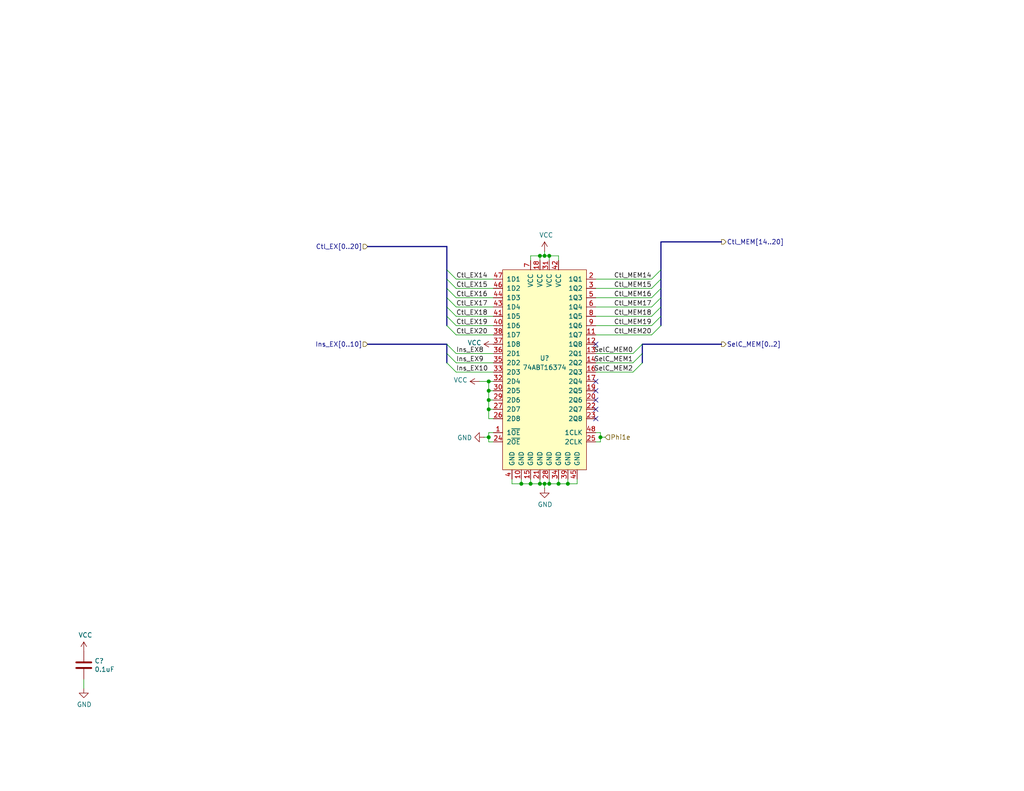
<source format=kicad_sch>
(kicad_sch (version 20250114) (generator "eeschema") (generator_version "9.0")
  (paper "USLetter")
  (title_block (title "EX/MEM: Control Word Register") (date "2025-07-13") (rev "A"))
  (lib_symbols
    (symbol "Device:C" (pin_numbers (hide yes)) (pin_names (offset 0.254))
      (property "Reference" "C" (at 0.635 2.54 0))
      (property "Value" "C" (at 0.635 -2.54 0))
      (symbol "C_0_1"
        (polyline (pts (xy -2.032 0.762) (xy 2.032 0.762)) (stroke (width 0.508)))
        (polyline (pts (xy -2.032 -0.762) (xy 2.032 -0.762)) (stroke (width 0.508)))
      )
      (symbol "C_1_1"
        (pin passive line (at 0 3.81 270) (length 2.794) (name "~") (number "1"))
        (pin passive line (at 0 -3.81 90) (length 2.794) (name "~") (number "2"))
      )
    )
    (symbol "Turtle16:74ABT16374" (pin_names (offset 1.016))
      (symbol "74ABT16374_0_0"
        (pin input line (at -13.97 21.59 0) (length 2.54) (name "1D1") (number "47"))
        (pin input line (at -13.97 19.05 0) (length 2.54) (name "1D2") (number "46"))
        (pin input line (at -13.97 16.51 0) (length 2.54) (name "1D3") (number "44"))
        (pin input line (at -13.97 13.97 0) (length 2.54) (name "1D4") (number "43"))
        (pin input line (at -13.97 11.43 0) (length 2.54) (name "1D5") (number "41"))
        (pin input line (at -13.97 8.89 0) (length 2.54) (name "1D6") (number "40"))
        (pin input line (at -13.97 6.35 0) (length 2.54) (name "1D7") (number "38"))
        (pin input line (at -13.97 3.81 0) (length 2.54) (name "1D8") (number "37"))
        (pin input line (at -13.97 1.27 0) (length 2.54) (name "2D1") (number "36"))
        (pin input line (at -13.97 -1.27 0) (length 2.54) (name "2D2") (number "35"))
        (pin input line (at -13.97 -3.81 0) (length 2.54) (name "2D3") (number "33"))
        (pin input line (at -13.97 -6.35 0) (length 2.54) (name "2D4") (number "32"))
        (pin input line (at -13.97 -8.89 0) (length 2.54) (name "2D5") (number "30"))
        (pin input line (at -13.97 -11.43 0) (length 2.54) (name "2D6") (number "29"))
        (pin input line (at -13.97 -13.97 0) (length 2.54) (name "2D7") (number "27"))
        (pin input line (at -13.97 -16.51 0) (length 2.54) (name "2D8") (number "26"))
        (pin input line (at -13.97 -20.32 0) (length 2.54) (name "1~{OE}") (number "1"))
        (pin input line (at -13.97 -22.86 0) (length 2.54) (name "2~{OE}") (number "24"))
        (pin power_in line (at -8.89 -33.02 90) (length 2.54) (name "GND") (number "4"))
        (pin power_in line (at -6.35 -33.02 90) (length 2.54) (name "GND") (number "10"))
        (pin power_in line (at -3.81 26.67 270) (length 2.54) (name "VCC") (number "7"))
        (pin power_in line (at -3.81 -33.02 90) (length 2.54) (name "GND") (number "15"))
        (pin power_in line (at -1.27 26.67 270) (length 2.54) (name "VCC") (number "18"))
        (pin power_in line (at -1.27 -33.02 90) (length 2.54) (name "GND") (number "21"))
        (pin power_in line (at 1.27 26.67 270) (length 2.54) (name "VCC") (number "31"))
        (pin power_in line (at 1.27 -33.02 90) (length 2.54) (name "GND") (number "28"))
        (pin power_in line (at 3.81 26.67 270) (length 2.54) (name "VCC") (number "42"))
        (pin power_in line (at 3.81 -33.02 90) (length 2.54) (name "GND") (number "34"))
        (pin power_in line (at 6.35 -33.02 90) (length 2.54) (name "GND") (number "39"))
        (pin power_in line (at 8.89 -33.02 90) (length 2.54) (name "GND") (number "45"))
        (pin tri_state line (at 13.97 21.59 180) (length 2.54) (name "1Q1") (number "2"))
        (pin tri_state line (at 13.97 19.05 180) (length 2.54) (name "1Q2") (number "3"))
        (pin tri_state line (at 13.97 16.51 180) (length 2.54) (name "1Q3") (number "5"))
        (pin tri_state line (at 13.97 13.97 180) (length 2.54) (name "1Q4") (number "6"))
        (pin tri_state line (at 13.97 11.43 180) (length 2.54) (name "1Q5") (number "8"))
        (pin tri_state line (at 13.97 8.89 180) (length 2.54) (name "1Q6") (number "9"))
        (pin tri_state line (at 13.97 6.35 180) (length 2.54) (name "1Q7") (number "11"))
        (pin tri_state line (at 13.97 3.81 180) (length 2.54) (name "1Q8") (number "12"))
        (pin tri_state line (at 13.97 1.27 180) (length 2.54) (name "2Q1") (number "13"))
        (pin tri_state line (at 13.97 -1.27 180) (length 2.54) (name "2Q2") (number "14"))
        (pin tri_state line (at 13.97 -3.81 180) (length 2.54) (name "2Q3") (number "16"))
        (pin tri_state line (at 13.97 -6.35 180) (length 2.54) (name "2Q4") (number "17"))
        (pin tri_state line (at 13.97 -8.89 180) (length 2.54) (name "2Q5") (number "19"))
        (pin tri_state line (at 13.97 -11.43 180) (length 2.54) (name "2Q6") (number "20"))
        (pin tri_state line (at 13.97 -13.97 180) (length 2.54) (name "2Q7") (number "22"))
        (pin tri_state line (at 13.97 -16.51 180) (length 2.54) (name "2Q8") (number "23"))
        (pin input line (at 13.97 -20.32 180) (length 2.54) (name "1CLK") (number "48"))
        (pin input line (at 13.97 -22.86 180) (length 2.54) (name "2CLK") (number "25"))
      )
      (symbol "74ABT16374_0_1"
        (rectangle (start -11.43 24.13) (end 11.43 -30.48) (fill (type background)))
      )
    )
    (symbol "power:GND" (power) (pin_numbers (hide yes)) (pin_names (offset 0) (hide yes))
      (property "Value" "GND" (at 0 -3.81 0))
      (symbol "GND_0_1"
        (polyline (pts (xy 0 0) (xy 0 -1.27) (xy 1.27 -1.27) (xy 0 -2.54) (xy -1.27 -1.27) (xy 0 -1.27)))
      )
      (symbol "GND_1_1"
        (pin power_in line (at 0 0 270) (length 0) (name "~") (number "1"))
      )
    )
    (symbol "power:VCC" (power) (pin_numbers (hide yes)) (pin_names (offset 0) (hide yes))
      (property "Value" "VCC" (at 0 3.556 0))
      (symbol "VCC_0_1"
        (polyline (pts (xy -0.762 1.27) (xy 0 2.54)))
        (polyline (pts (xy 0 2.54) (xy 0.762 1.27)))
        (polyline (pts (xy 0 0) (xy 0 2.54)))
      )
      (symbol "VCC_1_1"
        (pin power_in line (at 0 0 90) (length 0) (name "~") (number "1"))
      )
    )
  )
  (junction (at 133.35 106.68))
  (junction (at 133.35 111.76))
  (junction (at 144.78 132.08))
  (junction (at 133.35 119.38))
  (junction (at 152.4 132.08))
  (junction (at 148.59 69.85))
  (junction (at 149.86 132.08))
  (junction (at 149.86 69.85))
  (junction (at 133.35 104.14))
  (junction (at 163.83 119.38))
  (junction (at 147.32 69.85))
  (junction (at 148.59 132.08))
  (junction (at 133.35 109.22))
  (junction (at 147.32 132.08))
  (junction (at 142.24 132.08))
  (junction (at 154.94 132.08))
  (no_connect (at 162.56 104.14))
  (no_connect (at 162.56 109.22))
  (no_connect (at 162.56 111.76))
  (no_connect (at 162.56 93.98))
  (no_connect (at 162.56 106.68))
  (no_connect (at 162.56 114.3))
  (bus_entry (at 180.34 73.66) (size -2.54 2.54))
  (bus_entry (at 180.34 78.74) (size -2.54 2.54))
  (bus_entry (at 121.92 83.82) (size 2.54 2.54))
  (bus_entry (at 180.34 86.36) (size -2.54 2.54))
  (bus_entry (at 175.26 96.52) (size -2.54 2.54))
  (bus_entry (at 121.92 93.98) (size 2.54 2.54))
  (bus_entry (at 180.34 88.9) (size -2.54 2.54))
  (bus_entry (at 121.92 73.66) (size 2.54 2.54))
  (bus_entry (at 121.92 99.06) (size 2.54 2.54))
  (bus_entry (at 180.34 81.28) (size -2.54 2.54))
  (bus_entry (at 175.26 93.98) (size -2.54 2.54))
  (bus_entry (at 121.92 86.36) (size 2.54 2.54))
  (bus_entry (at 180.34 76.2) (size -2.54 2.54))
  (bus_entry (at 121.92 96.52) (size 2.54 2.54))
  (bus_entry (at 121.92 78.74) (size 2.54 2.54))
  (bus_entry (at 121.92 88.9) (size 2.54 2.54))
  (bus_entry (at 180.34 83.82) (size -2.54 2.54))
  (bus_entry (at 175.26 99.06) (size -2.54 2.54))
  (bus_entry (at 121.92 81.28) (size 2.54 2.54))
  (bus_entry (at 121.92 76.2) (size 2.54 2.54))
  (bus (pts (xy 100.33 93.98) (xy 121.92 93.98)))
  (wire (pts (xy 124.46 81.28) (xy 134.62 81.28)))
  (wire (pts (xy 134.62 111.76) (xy 133.35 111.76)))
  (bus (pts (xy 100.33 67.31) (xy 121.92 67.31)))
  (wire (pts (xy 142.24 130.81) (xy 142.24 132.08)))
  (wire (pts (xy 133.35 109.22) (xy 133.35 111.76)))
  (wire (pts (xy 149.86 130.81) (xy 149.86 132.08)))
  (wire (pts (xy 148.59 132.08) (xy 148.59 133.35)))
  (bus (pts (xy 121.92 78.74) (xy 121.92 81.28)))
  (bus (pts (xy 180.34 83.82) (xy 180.34 86.36)))
  (bus (pts (xy 121.92 81.28) (xy 121.92 83.82)))
  (wire (pts (xy 133.35 111.76) (xy 133.35 114.3)))
  (bus (pts (xy 121.92 76.2) (xy 121.92 78.74)))
  (bus (pts (xy 180.34 81.28) (xy 180.34 83.82)))
  (wire (pts (xy 177.8 86.36) (xy 162.56 86.36)))
  (bus (pts (xy 121.92 96.52) (xy 121.92 99.06)))
  (wire (pts (xy 147.32 132.08) (xy 148.59 132.08)))
  (wire (pts (xy 124.46 96.52) (xy 134.62 96.52)))
  (wire (pts (xy 149.86 71.12) (xy 149.86 69.85)))
  (bus (pts (xy 180.34 86.36) (xy 180.34 88.9)))
  (wire (pts (xy 163.83 120.65) (xy 162.56 120.65)))
  (bus (pts (xy 196.85 66.04) (xy 180.34 66.04)))
  (wire (pts (xy 133.35 120.65) (xy 134.62 120.65)))
  (wire (pts (xy 177.8 91.44) (xy 162.56 91.44)))
  (wire (pts (xy 147.32 69.85) (xy 148.59 69.85)))
  (wire (pts (xy 154.94 132.08) (xy 157.48 132.08)))
  (wire (pts (xy 177.8 81.28) (xy 162.56 81.28)))
  (wire (pts (xy 134.62 118.11) (xy 133.35 118.11)))
  (wire (pts (xy 149.86 69.85) (xy 152.4 69.85)))
  (wire (pts (xy 177.8 78.74) (xy 162.56 78.74)))
  (wire (pts (xy 172.72 101.6) (xy 162.56 101.6)))
  (wire (pts (xy 152.4 69.85) (xy 152.4 71.12)))
  (wire (pts (xy 172.72 96.52) (xy 162.56 96.52)))
  (wire (pts (xy 148.59 132.08) (xy 149.86 132.08)))
  (wire (pts (xy 148.59 69.85) (xy 149.86 69.85)))
  (wire (pts (xy 147.32 71.12) (xy 147.32 69.85)))
  (bus (pts (xy 121.92 73.66) (xy 121.92 76.2)))
  (wire (pts (xy 133.35 119.38) (xy 132.08 119.38)))
  (wire (pts (xy 130.81 104.14) (xy 133.35 104.14)))
  (bus (pts (xy 180.34 73.66) (xy 180.34 76.2)))
  (wire (pts (xy 177.8 76.2) (xy 162.56 76.2)))
  (bus (pts (xy 121.92 83.82) (xy 121.92 86.36)))
  (wire (pts (xy 148.59 68.58) (xy 148.59 69.85)))
  (wire (pts (xy 144.78 130.81) (xy 144.78 132.08)))
  (bus (pts (xy 180.34 66.04) (xy 180.34 73.66)))
  (wire (pts (xy 133.35 119.38) (xy 133.35 120.65)))
  (wire (pts (xy 124.46 88.9) (xy 134.62 88.9)))
  (wire (pts (xy 163.83 119.38) (xy 163.83 120.65)))
  (wire (pts (xy 124.46 78.74) (xy 134.62 78.74)))
  (wire (pts (xy 149.86 132.08) (xy 152.4 132.08)))
  (wire (pts (xy 133.35 104.14) (xy 133.35 106.68)))
  (wire (pts (xy 139.7 132.08) (xy 142.24 132.08)))
  (wire (pts (xy 163.83 118.11) (xy 163.83 119.38)))
  (wire (pts (xy 139.7 130.81) (xy 139.7 132.08)))
  (wire (pts (xy 133.35 114.3) (xy 134.62 114.3)))
  (wire (pts (xy 154.94 130.81) (xy 154.94 132.08)))
  (wire (pts (xy 147.32 130.81) (xy 147.32 132.08)))
  (wire (pts (xy 157.48 132.08) (xy 157.48 130.81)))
  (bus (pts (xy 196.85 93.98) (xy 175.26 93.98)))
  (bus (pts (xy 175.26 96.52) (xy 175.26 99.06)))
  (wire (pts (xy 144.78 71.12) (xy 144.78 69.85)))
  (wire (pts (xy 124.46 101.6) (xy 134.62 101.6)))
  (wire (pts (xy 162.56 118.11) (xy 163.83 118.11)))
  (wire (pts (xy 134.62 104.14) (xy 133.35 104.14)))
  (wire (pts (xy 124.46 91.44) (xy 134.62 91.44)))
  (bus (pts (xy 121.92 93.98) (xy 121.92 96.52)))
  (wire (pts (xy 144.78 132.08) (xy 147.32 132.08)))
  (wire (pts (xy 124.46 76.2) (xy 134.62 76.2)))
  (wire (pts (xy 133.35 106.68) (xy 133.35 109.22)))
  (wire (pts (xy 163.83 119.38) (xy 165.1 119.38)))
  (bus (pts (xy 180.34 76.2) (xy 180.34 78.74)))
  (wire (pts (xy 177.8 83.82) (xy 162.56 83.82)))
  (bus (pts (xy 121.92 67.31) (xy 121.92 73.66)))
  (wire (pts (xy 134.62 106.68) (xy 133.35 106.68)))
  (wire (pts (xy 134.62 109.22) (xy 133.35 109.22)))
  (bus (pts (xy 180.34 78.74) (xy 180.34 81.28)))
  (wire (pts (xy 152.4 132.08) (xy 154.94 132.08)))
  (wire (pts (xy 152.4 130.81) (xy 152.4 132.08)))
  (wire (pts (xy 172.72 99.06) (xy 162.56 99.06)))
  (wire (pts (xy 124.46 99.06) (xy 134.62 99.06)))
  (wire (pts (xy 133.35 118.11) (xy 133.35 119.38)))
  (wire (pts (xy 142.24 132.08) (xy 144.78 132.08)))
  (wire (pts (xy 177.8 88.9) (xy 162.56 88.9)))
  (bus (pts (xy 121.92 86.36) (xy 121.92 88.9)))
  (wire (pts (xy 124.46 86.36) (xy 134.62 86.36)))
  (bus (pts (xy 175.26 93.98) (xy 175.26 96.52)))
  (wire (pts (xy 124.46 83.82) (xy 134.62 83.82)))
  (wire (pts (xy 144.78 69.85) (xy 147.32 69.85)))
  (wire (pts (xy 22.86 187.96) (xy 22.86 185.42)))
  (label "Ctl_EX19" (at 124.46 88.9 0))
  (label "Ins_EX8" (at 124.46 96.52 0))
  (label "Ctl_MEM15" (at 177.8 78.74 180))
  (label "Ctl_EX17" (at 124.46 83.82 0))
  (label "Ctl_EX18" (at 124.46 86.36 0))
  (label "Ctl_MEM14" (at 177.8 76.2 180))
  (label "Ctl_MEM19" (at 177.8 88.9 180))
  (label "SelC_MEM1" (at 172.72 99.06 180))
  (label "Ins_EX9" (at 124.46 99.06 0))
  (label "Ctl_EX15" (at 124.46 78.74 0))
  (label "Ctl_EX20" (at 124.46 91.44 0))
  (label "SelC_MEM0" (at 172.72 96.52 180))
  (label "SelC_MEM2" (at 172.72 101.6 180))
  (label "Ctl_MEM17" (at 177.8 83.82 180))
  (label "Ctl_MEM18" (at 177.8 86.36 180))
  (label "Ctl_EX14" (at 124.46 76.2 0))
  (label "Ctl_EX16" (at 124.46 81.28 0))
  (label "Ctl_MEM16" (at 177.8 81.28 180))
  (label "Ins_EX10" (at 124.46 101.6 0))
  (label "Ctl_MEM20" (at 177.8 91.44 180))
  (hierarchical_label "Ctl_MEM[14..20]" (shape output) (at 196.85 66.04 0))
  (hierarchical_label "Phi1e" (shape input) (at 165.1 119.38 0))
  (hierarchical_label "Ins_EX[0..10]" (shape input) (at 100.33 93.98 180))
  (hierarchical_label "Ctl_EX[0..20]" (shape input) (at 100.33 67.31 180))
  (hierarchical_label "SelC_MEM[0..2]" (shape output) (at 196.85 93.98 0))
  (symbol (lib_id "power:VCC") (at 130.81 104.14 90) (unit 1)
    (property "Reference" "#PWR?" (effects (hide yes)))
    (property "Value" "VCC" (at 127.5842 103.759 90) (effects (justify left)))
    (property "Description" "Power symbol creates a global label with name \"VCC\"" (effects (hide yes)))
  )
  (symbol (lib_id "power:VCC") (at 134.62 93.98 90) (unit 1)
    (property "Reference" "#PWR?" (effects (hide yes)))
    (property "Value" "VCC" (at 131.3942 93.599 90) (effects (justify left)))
    (property "Description" "Power symbol creates a global label with name \"VCC\"" (effects (hide yes)))
  )
  (symbol (lib_id "Device:C") (at 22.86 181.61 0) (unit 1)
    (property "Reference" "C?" (at 25.781 180.4416 0) (effects (justify left)))
    (property "Value" "0.1uF" (at 25.781 182.753 0) (effects (justify left)))
    (property "Footprint" "Capacitor_SMD:C_0603_1608Metric" (effects (hide yes)))
    (property "Datasheet" "https://www.mouser.com/datasheet/2/396/taiyo_yuden_12132018_mlcc11_hq_e-1510082.pdf" (effects (hide yes)))
    (property "Manufacturer" "Taiyo Yuden" (effects (hide yes)))
    (property "Manufacturer#" "EMK107B7104KAHT" (effects (hide yes)))
    (property "Mouser#" "963-EMK107B7104KAHT" (effects (hide yes)))
    (property "Digikey#" "587-6004-1-ND" (effects (hide yes)))
  )
  (symbol (lib_id "power:VCC") (at 22.86 177.8 0) (unit 1)
    (property "Reference" "#PWR?" (effects (hide yes)))
    (property "Value" "VCC" (at 23.2918 173.4058 0))
    (property "Description" "Power symbol creates a global label with name \"VCC\"" (effects (hide yes)))
  )
  (symbol (lib_id "power:GND") (at 22.86 187.96 0) (unit 1)
    (property "Reference" "#PWR?" (effects (hide yes)))
    (property "Value" "GND" (at 22.987 192.3542 0))
    (property "Description" "Power symbol creates a global label with name \"GND\" , ground" (effects (hide yes)))
  )
  (symbol (lib_id "power:GND") (at 132.08 119.38 270) (unit 1)
    (property "Reference" "#PWR?" (effects (hide yes)))
    (property "Value" "GND" (at 128.8288 119.507 90) (effects (justify right)))
    (property "Description" "Power symbol creates a global label with name \"GND\" , ground" (effects (hide yes)))
  )
  (symbol (lib_id "power:VCC") (at 148.59 68.58 0) (unit 1)
    (property "Reference" "#PWR?" (effects (hide yes)))
    (property "Value" "VCC" (at 149.0218 64.1858 0))
    (property "Description" "Power symbol creates a global label with name \"VCC\"" (effects (hide yes)))
  )
  (symbol (lib_id "power:GND") (at 148.59 133.35 0) (unit 1)
    (property "Reference" "#PWR?" (effects (hide yes)))
    (property "Value" "GND" (at 148.717 137.7442 0))
    (property "Description" "Power symbol creates a global label with name \"GND\" , ground" (effects (hide yes)))
  )
  (symbol (lib_id "Turtle16:74ABT16374") (at 148.59 97.79 0) (unit 1)
    (property "Reference" "U?" (at 148.59 97.79 0))
    (property "Value" "74ABT16374" (at 148.59 100.33 0))
    (property "Footprint" "Package_SO:TSSOP-48_6.1x12.5mm_P0.5mm" (effects (hide yes)))
    (property "Datasheet" "https://www.ti.com/general/docs/suppproductinfo.tsp?distId=26&gotoUrl=https://www.ti.com/lit/gpn/sn74abt16374a" (effects (hide yes)))
    (property "Manufacturer" "Texas Instruments" (effects (hide yes)))
    (property "Manufacturer#" "SN74ABT16374ADGGR" (effects (hide yes)))
    (property "Mouser#" "595-SNABT16374ADGGR" (effects (hide yes)))
    (property "Digikey#" "296-3900-1-ND" (effects (hide yes)))
  )
)
</source>
